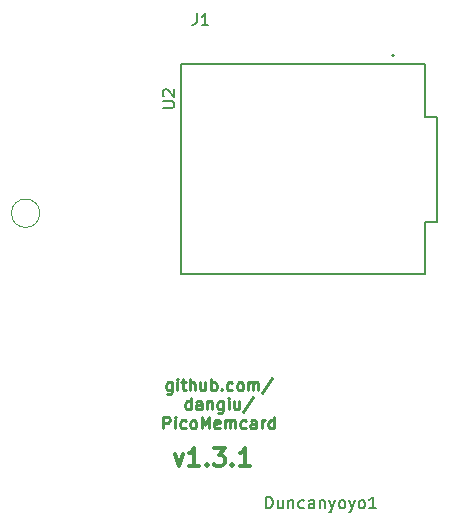
<source format=gbr>
%TF.GenerationSoftware,KiCad,Pcbnew,7.0.7*%
%TF.CreationDate,2023-08-27T21:45:09-04:00*%
%TF.ProjectId,PicoMemcard-qtpyrp2040,5069636f-4d65-46d6-9361-72642d717470,1.3.1*%
%TF.SameCoordinates,Original*%
%TF.FileFunction,Legend,Top*%
%TF.FilePolarity,Positive*%
%FSLAX46Y46*%
G04 Gerber Fmt 4.6, Leading zero omitted, Abs format (unit mm)*
G04 Created by KiCad (PCBNEW 7.0.7) date 2023-08-27 21:45:09*
%MOMM*%
%LPD*%
G01*
G04 APERTURE LIST*
%ADD10C,0.200000*%
%ADD11C,0.220000*%
%ADD12C,0.300000*%
%ADD13C,0.150000*%
%ADD14C,0.127000*%
%ADD15C,0.120000*%
G04 APERTURE END LIST*
D10*
X153345142Y-113482219D02*
X153345142Y-112482219D01*
X153345142Y-112482219D02*
X153583237Y-112482219D01*
X153583237Y-112482219D02*
X153726094Y-112529838D01*
X153726094Y-112529838D02*
X153821332Y-112625076D01*
X153821332Y-112625076D02*
X153868951Y-112720314D01*
X153868951Y-112720314D02*
X153916570Y-112910790D01*
X153916570Y-112910790D02*
X153916570Y-113053647D01*
X153916570Y-113053647D02*
X153868951Y-113244123D01*
X153868951Y-113244123D02*
X153821332Y-113339361D01*
X153821332Y-113339361D02*
X153726094Y-113434600D01*
X153726094Y-113434600D02*
X153583237Y-113482219D01*
X153583237Y-113482219D02*
X153345142Y-113482219D01*
X154773713Y-112815552D02*
X154773713Y-113482219D01*
X154345142Y-112815552D02*
X154345142Y-113339361D01*
X154345142Y-113339361D02*
X154392761Y-113434600D01*
X154392761Y-113434600D02*
X154487999Y-113482219D01*
X154487999Y-113482219D02*
X154630856Y-113482219D01*
X154630856Y-113482219D02*
X154726094Y-113434600D01*
X154726094Y-113434600D02*
X154773713Y-113386980D01*
X155249904Y-112815552D02*
X155249904Y-113482219D01*
X155249904Y-112910790D02*
X155297523Y-112863171D01*
X155297523Y-112863171D02*
X155392761Y-112815552D01*
X155392761Y-112815552D02*
X155535618Y-112815552D01*
X155535618Y-112815552D02*
X155630856Y-112863171D01*
X155630856Y-112863171D02*
X155678475Y-112958409D01*
X155678475Y-112958409D02*
X155678475Y-113482219D01*
X156583237Y-113434600D02*
X156487999Y-113482219D01*
X156487999Y-113482219D02*
X156297523Y-113482219D01*
X156297523Y-113482219D02*
X156202285Y-113434600D01*
X156202285Y-113434600D02*
X156154666Y-113386980D01*
X156154666Y-113386980D02*
X156107047Y-113291742D01*
X156107047Y-113291742D02*
X156107047Y-113006028D01*
X156107047Y-113006028D02*
X156154666Y-112910790D01*
X156154666Y-112910790D02*
X156202285Y-112863171D01*
X156202285Y-112863171D02*
X156297523Y-112815552D01*
X156297523Y-112815552D02*
X156487999Y-112815552D01*
X156487999Y-112815552D02*
X156583237Y-112863171D01*
X157440380Y-113482219D02*
X157440380Y-112958409D01*
X157440380Y-112958409D02*
X157392761Y-112863171D01*
X157392761Y-112863171D02*
X157297523Y-112815552D01*
X157297523Y-112815552D02*
X157107047Y-112815552D01*
X157107047Y-112815552D02*
X157011809Y-112863171D01*
X157440380Y-113434600D02*
X157345142Y-113482219D01*
X157345142Y-113482219D02*
X157107047Y-113482219D01*
X157107047Y-113482219D02*
X157011809Y-113434600D01*
X157011809Y-113434600D02*
X156964190Y-113339361D01*
X156964190Y-113339361D02*
X156964190Y-113244123D01*
X156964190Y-113244123D02*
X157011809Y-113148885D01*
X157011809Y-113148885D02*
X157107047Y-113101266D01*
X157107047Y-113101266D02*
X157345142Y-113101266D01*
X157345142Y-113101266D02*
X157440380Y-113053647D01*
X157916571Y-112815552D02*
X157916571Y-113482219D01*
X157916571Y-112910790D02*
X157964190Y-112863171D01*
X157964190Y-112863171D02*
X158059428Y-112815552D01*
X158059428Y-112815552D02*
X158202285Y-112815552D01*
X158202285Y-112815552D02*
X158297523Y-112863171D01*
X158297523Y-112863171D02*
X158345142Y-112958409D01*
X158345142Y-112958409D02*
X158345142Y-113482219D01*
X158726095Y-112815552D02*
X158964190Y-113482219D01*
X159202285Y-112815552D02*
X158964190Y-113482219D01*
X158964190Y-113482219D02*
X158868952Y-113720314D01*
X158868952Y-113720314D02*
X158821333Y-113767933D01*
X158821333Y-113767933D02*
X158726095Y-113815552D01*
X159726095Y-113482219D02*
X159630857Y-113434600D01*
X159630857Y-113434600D02*
X159583238Y-113386980D01*
X159583238Y-113386980D02*
X159535619Y-113291742D01*
X159535619Y-113291742D02*
X159535619Y-113006028D01*
X159535619Y-113006028D02*
X159583238Y-112910790D01*
X159583238Y-112910790D02*
X159630857Y-112863171D01*
X159630857Y-112863171D02*
X159726095Y-112815552D01*
X159726095Y-112815552D02*
X159868952Y-112815552D01*
X159868952Y-112815552D02*
X159964190Y-112863171D01*
X159964190Y-112863171D02*
X160011809Y-112910790D01*
X160011809Y-112910790D02*
X160059428Y-113006028D01*
X160059428Y-113006028D02*
X160059428Y-113291742D01*
X160059428Y-113291742D02*
X160011809Y-113386980D01*
X160011809Y-113386980D02*
X159964190Y-113434600D01*
X159964190Y-113434600D02*
X159868952Y-113482219D01*
X159868952Y-113482219D02*
X159726095Y-113482219D01*
X160392762Y-112815552D02*
X160630857Y-113482219D01*
X160868952Y-112815552D02*
X160630857Y-113482219D01*
X160630857Y-113482219D02*
X160535619Y-113720314D01*
X160535619Y-113720314D02*
X160488000Y-113767933D01*
X160488000Y-113767933D02*
X160392762Y-113815552D01*
X161392762Y-113482219D02*
X161297524Y-113434600D01*
X161297524Y-113434600D02*
X161249905Y-113386980D01*
X161249905Y-113386980D02*
X161202286Y-113291742D01*
X161202286Y-113291742D02*
X161202286Y-113006028D01*
X161202286Y-113006028D02*
X161249905Y-112910790D01*
X161249905Y-112910790D02*
X161297524Y-112863171D01*
X161297524Y-112863171D02*
X161392762Y-112815552D01*
X161392762Y-112815552D02*
X161535619Y-112815552D01*
X161535619Y-112815552D02*
X161630857Y-112863171D01*
X161630857Y-112863171D02*
X161678476Y-112910790D01*
X161678476Y-112910790D02*
X161726095Y-113006028D01*
X161726095Y-113006028D02*
X161726095Y-113291742D01*
X161726095Y-113291742D02*
X161678476Y-113386980D01*
X161678476Y-113386980D02*
X161630857Y-113434600D01*
X161630857Y-113434600D02*
X161535619Y-113482219D01*
X161535619Y-113482219D02*
X161392762Y-113482219D01*
X162678476Y-113482219D02*
X162107048Y-113482219D01*
X162392762Y-113482219D02*
X162392762Y-112482219D01*
X162392762Y-112482219D02*
X162297524Y-112625076D01*
X162297524Y-112625076D02*
X162202286Y-112720314D01*
X162202286Y-112720314D02*
X162107048Y-112767933D01*
D11*
X145375809Y-102822512D02*
X145375809Y-103632036D01*
X145375809Y-103632036D02*
X145328190Y-103727274D01*
X145328190Y-103727274D02*
X145280571Y-103774893D01*
X145280571Y-103774893D02*
X145185333Y-103822512D01*
X145185333Y-103822512D02*
X145042476Y-103822512D01*
X145042476Y-103822512D02*
X144947238Y-103774893D01*
X145375809Y-103441560D02*
X145280571Y-103489179D01*
X145280571Y-103489179D02*
X145090095Y-103489179D01*
X145090095Y-103489179D02*
X144994857Y-103441560D01*
X144994857Y-103441560D02*
X144947238Y-103393940D01*
X144947238Y-103393940D02*
X144899619Y-103298702D01*
X144899619Y-103298702D02*
X144899619Y-103012988D01*
X144899619Y-103012988D02*
X144947238Y-102917750D01*
X144947238Y-102917750D02*
X144994857Y-102870131D01*
X144994857Y-102870131D02*
X145090095Y-102822512D01*
X145090095Y-102822512D02*
X145280571Y-102822512D01*
X145280571Y-102822512D02*
X145375809Y-102870131D01*
X145852000Y-103489179D02*
X145852000Y-102822512D01*
X145852000Y-102489179D02*
X145804381Y-102536798D01*
X145804381Y-102536798D02*
X145852000Y-102584417D01*
X145852000Y-102584417D02*
X145899619Y-102536798D01*
X145899619Y-102536798D02*
X145852000Y-102489179D01*
X145852000Y-102489179D02*
X145852000Y-102584417D01*
X146185333Y-102822512D02*
X146566285Y-102822512D01*
X146328190Y-102489179D02*
X146328190Y-103346321D01*
X146328190Y-103346321D02*
X146375809Y-103441560D01*
X146375809Y-103441560D02*
X146471047Y-103489179D01*
X146471047Y-103489179D02*
X146566285Y-103489179D01*
X146899619Y-103489179D02*
X146899619Y-102489179D01*
X147328190Y-103489179D02*
X147328190Y-102965369D01*
X147328190Y-102965369D02*
X147280571Y-102870131D01*
X147280571Y-102870131D02*
X147185333Y-102822512D01*
X147185333Y-102822512D02*
X147042476Y-102822512D01*
X147042476Y-102822512D02*
X146947238Y-102870131D01*
X146947238Y-102870131D02*
X146899619Y-102917750D01*
X148232952Y-102822512D02*
X148232952Y-103489179D01*
X147804381Y-102822512D02*
X147804381Y-103346321D01*
X147804381Y-103346321D02*
X147852000Y-103441560D01*
X147852000Y-103441560D02*
X147947238Y-103489179D01*
X147947238Y-103489179D02*
X148090095Y-103489179D01*
X148090095Y-103489179D02*
X148185333Y-103441560D01*
X148185333Y-103441560D02*
X148232952Y-103393940D01*
X148709143Y-103489179D02*
X148709143Y-102489179D01*
X148709143Y-102870131D02*
X148804381Y-102822512D01*
X148804381Y-102822512D02*
X148994857Y-102822512D01*
X148994857Y-102822512D02*
X149090095Y-102870131D01*
X149090095Y-102870131D02*
X149137714Y-102917750D01*
X149137714Y-102917750D02*
X149185333Y-103012988D01*
X149185333Y-103012988D02*
X149185333Y-103298702D01*
X149185333Y-103298702D02*
X149137714Y-103393940D01*
X149137714Y-103393940D02*
X149090095Y-103441560D01*
X149090095Y-103441560D02*
X148994857Y-103489179D01*
X148994857Y-103489179D02*
X148804381Y-103489179D01*
X148804381Y-103489179D02*
X148709143Y-103441560D01*
X149613905Y-103393940D02*
X149661524Y-103441560D01*
X149661524Y-103441560D02*
X149613905Y-103489179D01*
X149613905Y-103489179D02*
X149566286Y-103441560D01*
X149566286Y-103441560D02*
X149613905Y-103393940D01*
X149613905Y-103393940D02*
X149613905Y-103489179D01*
X150518666Y-103441560D02*
X150423428Y-103489179D01*
X150423428Y-103489179D02*
X150232952Y-103489179D01*
X150232952Y-103489179D02*
X150137714Y-103441560D01*
X150137714Y-103441560D02*
X150090095Y-103393940D01*
X150090095Y-103393940D02*
X150042476Y-103298702D01*
X150042476Y-103298702D02*
X150042476Y-103012988D01*
X150042476Y-103012988D02*
X150090095Y-102917750D01*
X150090095Y-102917750D02*
X150137714Y-102870131D01*
X150137714Y-102870131D02*
X150232952Y-102822512D01*
X150232952Y-102822512D02*
X150423428Y-102822512D01*
X150423428Y-102822512D02*
X150518666Y-102870131D01*
X151090095Y-103489179D02*
X150994857Y-103441560D01*
X150994857Y-103441560D02*
X150947238Y-103393940D01*
X150947238Y-103393940D02*
X150899619Y-103298702D01*
X150899619Y-103298702D02*
X150899619Y-103012988D01*
X150899619Y-103012988D02*
X150947238Y-102917750D01*
X150947238Y-102917750D02*
X150994857Y-102870131D01*
X150994857Y-102870131D02*
X151090095Y-102822512D01*
X151090095Y-102822512D02*
X151232952Y-102822512D01*
X151232952Y-102822512D02*
X151328190Y-102870131D01*
X151328190Y-102870131D02*
X151375809Y-102917750D01*
X151375809Y-102917750D02*
X151423428Y-103012988D01*
X151423428Y-103012988D02*
X151423428Y-103298702D01*
X151423428Y-103298702D02*
X151375809Y-103393940D01*
X151375809Y-103393940D02*
X151328190Y-103441560D01*
X151328190Y-103441560D02*
X151232952Y-103489179D01*
X151232952Y-103489179D02*
X151090095Y-103489179D01*
X151852000Y-103489179D02*
X151852000Y-102822512D01*
X151852000Y-102917750D02*
X151899619Y-102870131D01*
X151899619Y-102870131D02*
X151994857Y-102822512D01*
X151994857Y-102822512D02*
X152137714Y-102822512D01*
X152137714Y-102822512D02*
X152232952Y-102870131D01*
X152232952Y-102870131D02*
X152280571Y-102965369D01*
X152280571Y-102965369D02*
X152280571Y-103489179D01*
X152280571Y-102965369D02*
X152328190Y-102870131D01*
X152328190Y-102870131D02*
X152423428Y-102822512D01*
X152423428Y-102822512D02*
X152566285Y-102822512D01*
X152566285Y-102822512D02*
X152661524Y-102870131D01*
X152661524Y-102870131D02*
X152709143Y-102965369D01*
X152709143Y-102965369D02*
X152709143Y-103489179D01*
X153899618Y-102441560D02*
X153042476Y-103727274D01*
X146994857Y-105099179D02*
X146994857Y-104099179D01*
X146994857Y-105051560D02*
X146899619Y-105099179D01*
X146899619Y-105099179D02*
X146709143Y-105099179D01*
X146709143Y-105099179D02*
X146613905Y-105051560D01*
X146613905Y-105051560D02*
X146566286Y-105003940D01*
X146566286Y-105003940D02*
X146518667Y-104908702D01*
X146518667Y-104908702D02*
X146518667Y-104622988D01*
X146518667Y-104622988D02*
X146566286Y-104527750D01*
X146566286Y-104527750D02*
X146613905Y-104480131D01*
X146613905Y-104480131D02*
X146709143Y-104432512D01*
X146709143Y-104432512D02*
X146899619Y-104432512D01*
X146899619Y-104432512D02*
X146994857Y-104480131D01*
X147899619Y-105099179D02*
X147899619Y-104575369D01*
X147899619Y-104575369D02*
X147852000Y-104480131D01*
X147852000Y-104480131D02*
X147756762Y-104432512D01*
X147756762Y-104432512D02*
X147566286Y-104432512D01*
X147566286Y-104432512D02*
X147471048Y-104480131D01*
X147899619Y-105051560D02*
X147804381Y-105099179D01*
X147804381Y-105099179D02*
X147566286Y-105099179D01*
X147566286Y-105099179D02*
X147471048Y-105051560D01*
X147471048Y-105051560D02*
X147423429Y-104956321D01*
X147423429Y-104956321D02*
X147423429Y-104861083D01*
X147423429Y-104861083D02*
X147471048Y-104765845D01*
X147471048Y-104765845D02*
X147566286Y-104718226D01*
X147566286Y-104718226D02*
X147804381Y-104718226D01*
X147804381Y-104718226D02*
X147899619Y-104670607D01*
X148375810Y-104432512D02*
X148375810Y-105099179D01*
X148375810Y-104527750D02*
X148423429Y-104480131D01*
X148423429Y-104480131D02*
X148518667Y-104432512D01*
X148518667Y-104432512D02*
X148661524Y-104432512D01*
X148661524Y-104432512D02*
X148756762Y-104480131D01*
X148756762Y-104480131D02*
X148804381Y-104575369D01*
X148804381Y-104575369D02*
X148804381Y-105099179D01*
X149709143Y-104432512D02*
X149709143Y-105242036D01*
X149709143Y-105242036D02*
X149661524Y-105337274D01*
X149661524Y-105337274D02*
X149613905Y-105384893D01*
X149613905Y-105384893D02*
X149518667Y-105432512D01*
X149518667Y-105432512D02*
X149375810Y-105432512D01*
X149375810Y-105432512D02*
X149280572Y-105384893D01*
X149709143Y-105051560D02*
X149613905Y-105099179D01*
X149613905Y-105099179D02*
X149423429Y-105099179D01*
X149423429Y-105099179D02*
X149328191Y-105051560D01*
X149328191Y-105051560D02*
X149280572Y-105003940D01*
X149280572Y-105003940D02*
X149232953Y-104908702D01*
X149232953Y-104908702D02*
X149232953Y-104622988D01*
X149232953Y-104622988D02*
X149280572Y-104527750D01*
X149280572Y-104527750D02*
X149328191Y-104480131D01*
X149328191Y-104480131D02*
X149423429Y-104432512D01*
X149423429Y-104432512D02*
X149613905Y-104432512D01*
X149613905Y-104432512D02*
X149709143Y-104480131D01*
X150185334Y-105099179D02*
X150185334Y-104432512D01*
X150185334Y-104099179D02*
X150137715Y-104146798D01*
X150137715Y-104146798D02*
X150185334Y-104194417D01*
X150185334Y-104194417D02*
X150232953Y-104146798D01*
X150232953Y-104146798D02*
X150185334Y-104099179D01*
X150185334Y-104099179D02*
X150185334Y-104194417D01*
X151090095Y-104432512D02*
X151090095Y-105099179D01*
X150661524Y-104432512D02*
X150661524Y-104956321D01*
X150661524Y-104956321D02*
X150709143Y-105051560D01*
X150709143Y-105051560D02*
X150804381Y-105099179D01*
X150804381Y-105099179D02*
X150947238Y-105099179D01*
X150947238Y-105099179D02*
X151042476Y-105051560D01*
X151042476Y-105051560D02*
X151090095Y-105003940D01*
X152280571Y-104051560D02*
X151423429Y-105337274D01*
X144661524Y-106709179D02*
X144661524Y-105709179D01*
X144661524Y-105709179D02*
X145042476Y-105709179D01*
X145042476Y-105709179D02*
X145137714Y-105756798D01*
X145137714Y-105756798D02*
X145185333Y-105804417D01*
X145185333Y-105804417D02*
X145232952Y-105899655D01*
X145232952Y-105899655D02*
X145232952Y-106042512D01*
X145232952Y-106042512D02*
X145185333Y-106137750D01*
X145185333Y-106137750D02*
X145137714Y-106185369D01*
X145137714Y-106185369D02*
X145042476Y-106232988D01*
X145042476Y-106232988D02*
X144661524Y-106232988D01*
X145661524Y-106709179D02*
X145661524Y-106042512D01*
X145661524Y-105709179D02*
X145613905Y-105756798D01*
X145613905Y-105756798D02*
X145661524Y-105804417D01*
X145661524Y-105804417D02*
X145709143Y-105756798D01*
X145709143Y-105756798D02*
X145661524Y-105709179D01*
X145661524Y-105709179D02*
X145661524Y-105804417D01*
X146566285Y-106661560D02*
X146471047Y-106709179D01*
X146471047Y-106709179D02*
X146280571Y-106709179D01*
X146280571Y-106709179D02*
X146185333Y-106661560D01*
X146185333Y-106661560D02*
X146137714Y-106613940D01*
X146137714Y-106613940D02*
X146090095Y-106518702D01*
X146090095Y-106518702D02*
X146090095Y-106232988D01*
X146090095Y-106232988D02*
X146137714Y-106137750D01*
X146137714Y-106137750D02*
X146185333Y-106090131D01*
X146185333Y-106090131D02*
X146280571Y-106042512D01*
X146280571Y-106042512D02*
X146471047Y-106042512D01*
X146471047Y-106042512D02*
X146566285Y-106090131D01*
X147137714Y-106709179D02*
X147042476Y-106661560D01*
X147042476Y-106661560D02*
X146994857Y-106613940D01*
X146994857Y-106613940D02*
X146947238Y-106518702D01*
X146947238Y-106518702D02*
X146947238Y-106232988D01*
X146947238Y-106232988D02*
X146994857Y-106137750D01*
X146994857Y-106137750D02*
X147042476Y-106090131D01*
X147042476Y-106090131D02*
X147137714Y-106042512D01*
X147137714Y-106042512D02*
X147280571Y-106042512D01*
X147280571Y-106042512D02*
X147375809Y-106090131D01*
X147375809Y-106090131D02*
X147423428Y-106137750D01*
X147423428Y-106137750D02*
X147471047Y-106232988D01*
X147471047Y-106232988D02*
X147471047Y-106518702D01*
X147471047Y-106518702D02*
X147423428Y-106613940D01*
X147423428Y-106613940D02*
X147375809Y-106661560D01*
X147375809Y-106661560D02*
X147280571Y-106709179D01*
X147280571Y-106709179D02*
X147137714Y-106709179D01*
X147899619Y-106709179D02*
X147899619Y-105709179D01*
X147899619Y-105709179D02*
X148232952Y-106423464D01*
X148232952Y-106423464D02*
X148566285Y-105709179D01*
X148566285Y-105709179D02*
X148566285Y-106709179D01*
X149423428Y-106661560D02*
X149328190Y-106709179D01*
X149328190Y-106709179D02*
X149137714Y-106709179D01*
X149137714Y-106709179D02*
X149042476Y-106661560D01*
X149042476Y-106661560D02*
X148994857Y-106566321D01*
X148994857Y-106566321D02*
X148994857Y-106185369D01*
X148994857Y-106185369D02*
X149042476Y-106090131D01*
X149042476Y-106090131D02*
X149137714Y-106042512D01*
X149137714Y-106042512D02*
X149328190Y-106042512D01*
X149328190Y-106042512D02*
X149423428Y-106090131D01*
X149423428Y-106090131D02*
X149471047Y-106185369D01*
X149471047Y-106185369D02*
X149471047Y-106280607D01*
X149471047Y-106280607D02*
X148994857Y-106375845D01*
X149899619Y-106709179D02*
X149899619Y-106042512D01*
X149899619Y-106137750D02*
X149947238Y-106090131D01*
X149947238Y-106090131D02*
X150042476Y-106042512D01*
X150042476Y-106042512D02*
X150185333Y-106042512D01*
X150185333Y-106042512D02*
X150280571Y-106090131D01*
X150280571Y-106090131D02*
X150328190Y-106185369D01*
X150328190Y-106185369D02*
X150328190Y-106709179D01*
X150328190Y-106185369D02*
X150375809Y-106090131D01*
X150375809Y-106090131D02*
X150471047Y-106042512D01*
X150471047Y-106042512D02*
X150613904Y-106042512D01*
X150613904Y-106042512D02*
X150709143Y-106090131D01*
X150709143Y-106090131D02*
X150756762Y-106185369D01*
X150756762Y-106185369D02*
X150756762Y-106709179D01*
X151661523Y-106661560D02*
X151566285Y-106709179D01*
X151566285Y-106709179D02*
X151375809Y-106709179D01*
X151375809Y-106709179D02*
X151280571Y-106661560D01*
X151280571Y-106661560D02*
X151232952Y-106613940D01*
X151232952Y-106613940D02*
X151185333Y-106518702D01*
X151185333Y-106518702D02*
X151185333Y-106232988D01*
X151185333Y-106232988D02*
X151232952Y-106137750D01*
X151232952Y-106137750D02*
X151280571Y-106090131D01*
X151280571Y-106090131D02*
X151375809Y-106042512D01*
X151375809Y-106042512D02*
X151566285Y-106042512D01*
X151566285Y-106042512D02*
X151661523Y-106090131D01*
X152518666Y-106709179D02*
X152518666Y-106185369D01*
X152518666Y-106185369D02*
X152471047Y-106090131D01*
X152471047Y-106090131D02*
X152375809Y-106042512D01*
X152375809Y-106042512D02*
X152185333Y-106042512D01*
X152185333Y-106042512D02*
X152090095Y-106090131D01*
X152518666Y-106661560D02*
X152423428Y-106709179D01*
X152423428Y-106709179D02*
X152185333Y-106709179D01*
X152185333Y-106709179D02*
X152090095Y-106661560D01*
X152090095Y-106661560D02*
X152042476Y-106566321D01*
X152042476Y-106566321D02*
X152042476Y-106471083D01*
X152042476Y-106471083D02*
X152090095Y-106375845D01*
X152090095Y-106375845D02*
X152185333Y-106328226D01*
X152185333Y-106328226D02*
X152423428Y-106328226D01*
X152423428Y-106328226D02*
X152518666Y-106280607D01*
X152994857Y-106709179D02*
X152994857Y-106042512D01*
X152994857Y-106232988D02*
X153042476Y-106137750D01*
X153042476Y-106137750D02*
X153090095Y-106090131D01*
X153090095Y-106090131D02*
X153185333Y-106042512D01*
X153185333Y-106042512D02*
X153280571Y-106042512D01*
X154042476Y-106709179D02*
X154042476Y-105709179D01*
X154042476Y-106661560D02*
X153947238Y-106709179D01*
X153947238Y-106709179D02*
X153756762Y-106709179D01*
X153756762Y-106709179D02*
X153661524Y-106661560D01*
X153661524Y-106661560D02*
X153613905Y-106613940D01*
X153613905Y-106613940D02*
X153566286Y-106518702D01*
X153566286Y-106518702D02*
X153566286Y-106232988D01*
X153566286Y-106232988D02*
X153613905Y-106137750D01*
X153613905Y-106137750D02*
X153661524Y-106090131D01*
X153661524Y-106090131D02*
X153756762Y-106042512D01*
X153756762Y-106042512D02*
X153947238Y-106042512D01*
X153947238Y-106042512D02*
X154042476Y-106090131D01*
D12*
X145629714Y-108898328D02*
X145986857Y-109898328D01*
X145986857Y-109898328D02*
X146344000Y-108898328D01*
X147701143Y-109898328D02*
X146844000Y-109898328D01*
X147272571Y-109898328D02*
X147272571Y-108398328D01*
X147272571Y-108398328D02*
X147129714Y-108612614D01*
X147129714Y-108612614D02*
X146986857Y-108755471D01*
X146986857Y-108755471D02*
X146844000Y-108826900D01*
X148343999Y-109755471D02*
X148415428Y-109826900D01*
X148415428Y-109826900D02*
X148343999Y-109898328D01*
X148343999Y-109898328D02*
X148272571Y-109826900D01*
X148272571Y-109826900D02*
X148343999Y-109755471D01*
X148343999Y-109755471D02*
X148343999Y-109898328D01*
X148915428Y-108398328D02*
X149844000Y-108398328D01*
X149844000Y-108398328D02*
X149344000Y-108969757D01*
X149344000Y-108969757D02*
X149558285Y-108969757D01*
X149558285Y-108969757D02*
X149701143Y-109041185D01*
X149701143Y-109041185D02*
X149772571Y-109112614D01*
X149772571Y-109112614D02*
X149844000Y-109255471D01*
X149844000Y-109255471D02*
X149844000Y-109612614D01*
X149844000Y-109612614D02*
X149772571Y-109755471D01*
X149772571Y-109755471D02*
X149701143Y-109826900D01*
X149701143Y-109826900D02*
X149558285Y-109898328D01*
X149558285Y-109898328D02*
X149129714Y-109898328D01*
X149129714Y-109898328D02*
X148986857Y-109826900D01*
X148986857Y-109826900D02*
X148915428Y-109755471D01*
X150486856Y-109755471D02*
X150558285Y-109826900D01*
X150558285Y-109826900D02*
X150486856Y-109898328D01*
X150486856Y-109898328D02*
X150415428Y-109826900D01*
X150415428Y-109826900D02*
X150486856Y-109755471D01*
X150486856Y-109755471D02*
X150486856Y-109898328D01*
X151986857Y-109898328D02*
X151129714Y-109898328D01*
X151558285Y-109898328D02*
X151558285Y-108398328D01*
X151558285Y-108398328D02*
X151415428Y-108612614D01*
X151415428Y-108612614D02*
X151272571Y-108755471D01*
X151272571Y-108755471D02*
X151129714Y-108826900D01*
D13*
X144600219Y-79576104D02*
X145409742Y-79576104D01*
X145409742Y-79576104D02*
X145504980Y-79528485D01*
X145504980Y-79528485D02*
X145552600Y-79480866D01*
X145552600Y-79480866D02*
X145600219Y-79385628D01*
X145600219Y-79385628D02*
X145600219Y-79195152D01*
X145600219Y-79195152D02*
X145552600Y-79099914D01*
X145552600Y-79099914D02*
X145504980Y-79052295D01*
X145504980Y-79052295D02*
X145409742Y-79004676D01*
X145409742Y-79004676D02*
X144600219Y-79004676D01*
X144695457Y-78576104D02*
X144647838Y-78528485D01*
X144647838Y-78528485D02*
X144600219Y-78433247D01*
X144600219Y-78433247D02*
X144600219Y-78195152D01*
X144600219Y-78195152D02*
X144647838Y-78099914D01*
X144647838Y-78099914D02*
X144695457Y-78052295D01*
X144695457Y-78052295D02*
X144790695Y-78004676D01*
X144790695Y-78004676D02*
X144885933Y-78004676D01*
X144885933Y-78004676D02*
X145028790Y-78052295D01*
X145028790Y-78052295D02*
X145600219Y-78623723D01*
X145600219Y-78623723D02*
X145600219Y-78004676D01*
X147486666Y-71554819D02*
X147486666Y-72269104D01*
X147486666Y-72269104D02*
X147439047Y-72411961D01*
X147439047Y-72411961D02*
X147343809Y-72507200D01*
X147343809Y-72507200D02*
X147200952Y-72554819D01*
X147200952Y-72554819D02*
X147105714Y-72554819D01*
X148486666Y-72554819D02*
X147915238Y-72554819D01*
X148200952Y-72554819D02*
X148200952Y-71554819D01*
X148200952Y-71554819D02*
X148105714Y-71697676D01*
X148105714Y-71697676D02*
X148010476Y-71792914D01*
X148010476Y-71792914D02*
X147915238Y-71840533D01*
D10*
%TO.C,U2*%
X164229000Y-75139200D02*
G75*
G03*
X164229000Y-75139200I-100000J0D01*
G01*
D14*
X146158500Y-93669200D02*
X166859500Y-93669200D01*
X166859500Y-93669200D02*
X166859500Y-89249200D01*
X167875500Y-89249200D02*
X166859500Y-89249200D01*
X166859500Y-80309200D02*
X167875500Y-80309200D01*
X166859500Y-80309200D02*
X166859500Y-75889200D01*
X167875500Y-80309200D02*
X167875500Y-89249200D01*
X146158500Y-75889200D02*
X146158500Y-93669200D01*
X166859500Y-75889200D02*
X146158500Y-75889200D01*
D15*
%TO.C,TP1*%
X134200000Y-88500000D02*
G75*
G03*
X134200000Y-88500000I-1200000J0D01*
G01*
%TD*%
M02*

</source>
